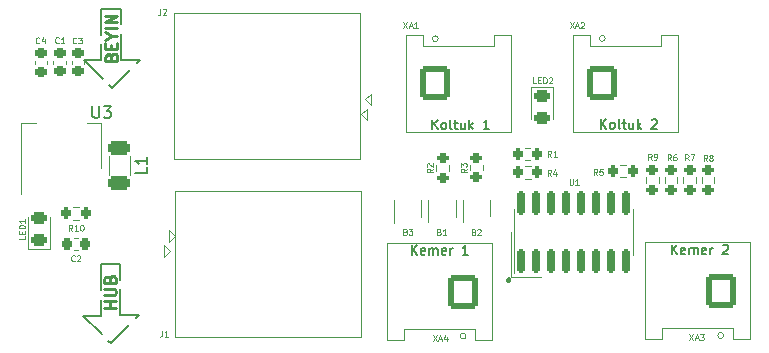
<source format=gto>
G04 #@! TF.GenerationSoftware,KiCad,Pcbnew,8.0.0-rc1*
G04 #@! TF.CreationDate,2025-03-11T15:01:50+03:00*
G04 #@! TF.ProjectId,KSS_MD_V1.0,4b53535f-4d44-45f5-9631-2e302e6b6963,rev?*
G04 #@! TF.SameCoordinates,Original*
G04 #@! TF.FileFunction,Legend,Top*
G04 #@! TF.FilePolarity,Positive*
%FSLAX46Y46*%
G04 Gerber Fmt 4.6, Leading zero omitted, Abs format (unit mm)*
G04 Created by KiCad (PCBNEW 8.0.0-rc1) date 2025-03-11 15:01:50*
%MOMM*%
%LPD*%
G01*
G04 APERTURE LIST*
G04 Aperture macros list*
%AMRoundRect*
0 Rectangle with rounded corners*
0 $1 Rounding radius*
0 $2 $3 $4 $5 $6 $7 $8 $9 X,Y pos of 4 corners*
0 Add a 4 corners polygon primitive as box body*
4,1,4,$2,$3,$4,$5,$6,$7,$8,$9,$2,$3,0*
0 Add four circle primitives for the rounded corners*
1,1,$1+$1,$2,$3*
1,1,$1+$1,$4,$5*
1,1,$1+$1,$6,$7*
1,1,$1+$1,$8,$9*
0 Add four rect primitives between the rounded corners*
20,1,$1+$1,$2,$3,$4,$5,0*
20,1,$1+$1,$4,$5,$6,$7,0*
20,1,$1+$1,$6,$7,$8,$9,0*
20,1,$1+$1,$8,$9,$2,$3,0*%
G04 Aperture macros list end*
%ADD10C,0.200000*%
%ADD11C,0.250000*%
%ADD12C,0.150000*%
%ADD13C,0.100000*%
%ADD14C,0.120000*%
%ADD15C,0.300000*%
%ADD16C,3.650000*%
%ADD17RoundRect,0.273809X-0.676191X0.301191X-0.676191X-0.301191X0.676191X-0.301191X0.676191X0.301191X0*%
%ADD18R,0.400000X0.650000*%
%ADD19RoundRect,0.250000X0.980000X1.150000X-0.980000X1.150000X-0.980000X-1.150000X0.980000X-1.150000X0*%
%ADD20O,2.460000X2.800000*%
%ADD21RoundRect,0.200000X-0.275000X0.200000X-0.275000X-0.200000X0.275000X-0.200000X0.275000X0.200000X0*%
%ADD22RoundRect,0.200000X0.200000X0.275000X-0.200000X0.275000X-0.200000X-0.275000X0.200000X-0.275000X0*%
%ADD23RoundRect,0.225000X0.250000X-0.225000X0.250000X0.225000X-0.250000X0.225000X-0.250000X-0.225000X0*%
%ADD24RoundRect,0.225000X0.225000X0.250000X-0.225000X0.250000X-0.225000X-0.250000X0.225000X-0.250000X0*%
%ADD25RoundRect,0.150000X0.150000X-0.825000X0.150000X0.825000X-0.150000X0.825000X-0.150000X-0.825000X0*%
%ADD26RoundRect,0.250000X-0.980000X-1.150000X0.980000X-1.150000X0.980000X1.150000X-0.980000X1.150000X0*%
%ADD27RoundRect,0.243750X-0.456250X0.243750X-0.456250X-0.243750X0.456250X-0.243750X0.456250X0.243750X0*%
%ADD28RoundRect,0.200000X-0.200000X-0.275000X0.200000X-0.275000X0.200000X0.275000X-0.200000X0.275000X0*%
%ADD29R,1.500000X1.500000*%
%ADD30C,1.500000*%
%ADD31R,1.500000X2.000000*%
%ADD32R,3.800000X2.000000*%
%ADD33RoundRect,0.243750X0.456250X-0.243750X0.456250X0.243750X-0.456250X0.243750X-0.456250X-0.243750X0*%
G04 APERTURE END LIST*
D10*
X103205200Y-76516000D02*
X101555200Y-76516000D01*
X101555200Y-76516000D02*
X101555200Y-78716000D01*
X101555200Y-79516000D02*
X101555200Y-80866000D01*
X101555200Y-80866000D02*
X100095200Y-80866000D01*
X100095200Y-80866000D02*
X101650835Y-82421635D01*
X102216520Y-82987320D02*
X102425200Y-83196000D01*
X102425200Y-83196000D02*
X103980835Y-81640365D01*
X104546520Y-81074680D02*
X104795200Y-80826000D01*
X104795200Y-80826000D02*
X103655200Y-80826000D01*
X103655200Y-80826000D02*
X103205200Y-80826000D01*
X103205200Y-80826000D02*
X103205200Y-78626000D01*
X103205200Y-77826000D02*
X103205200Y-76516000D01*
X103125200Y-98146000D02*
X101475200Y-98146000D01*
X101475200Y-98146000D02*
X101475200Y-100346000D01*
X101475200Y-101146000D02*
X101475200Y-102496000D01*
X101475200Y-102496000D02*
X100015200Y-102496000D01*
X100015200Y-102496000D02*
X101570835Y-104051635D01*
X102136520Y-104617320D02*
X102345200Y-104826000D01*
X102345200Y-104826000D02*
X103900835Y-103270365D01*
X104466520Y-102704680D02*
X104715200Y-102456000D01*
X104715200Y-102456000D02*
X103575200Y-102456000D01*
X103575200Y-102456000D02*
X103125200Y-102456000D01*
X103125200Y-102456000D02*
X103125200Y-100256000D01*
X103125200Y-99456000D02*
X103125200Y-98146000D01*
D11*
X102366009Y-80550098D02*
X102413628Y-80407241D01*
X102413628Y-80407241D02*
X102461247Y-80359622D01*
X102461247Y-80359622D02*
X102556485Y-80312003D01*
X102556485Y-80312003D02*
X102699342Y-80312003D01*
X102699342Y-80312003D02*
X102794580Y-80359622D01*
X102794580Y-80359622D02*
X102842200Y-80407241D01*
X102842200Y-80407241D02*
X102889819Y-80502479D01*
X102889819Y-80502479D02*
X102889819Y-80883431D01*
X102889819Y-80883431D02*
X101889819Y-80883431D01*
X101889819Y-80883431D02*
X101889819Y-80550098D01*
X101889819Y-80550098D02*
X101937438Y-80454860D01*
X101937438Y-80454860D02*
X101985057Y-80407241D01*
X101985057Y-80407241D02*
X102080295Y-80359622D01*
X102080295Y-80359622D02*
X102175533Y-80359622D01*
X102175533Y-80359622D02*
X102270771Y-80407241D01*
X102270771Y-80407241D02*
X102318390Y-80454860D01*
X102318390Y-80454860D02*
X102366009Y-80550098D01*
X102366009Y-80550098D02*
X102366009Y-80883431D01*
X102366009Y-79883431D02*
X102366009Y-79550098D01*
X102889819Y-79407241D02*
X102889819Y-79883431D01*
X102889819Y-79883431D02*
X101889819Y-79883431D01*
X101889819Y-79883431D02*
X101889819Y-79407241D01*
X102413628Y-78788193D02*
X102889819Y-78788193D01*
X101889819Y-79121526D02*
X102413628Y-78788193D01*
X102413628Y-78788193D02*
X101889819Y-78454860D01*
X102889819Y-78121526D02*
X101889819Y-78121526D01*
X102889819Y-77645336D02*
X101889819Y-77645336D01*
X101889819Y-77645336D02*
X102889819Y-77073908D01*
X102889819Y-77073908D02*
X101889819Y-77073908D01*
D10*
X129577254Y-86687695D02*
X129577254Y-85887695D01*
X130034397Y-86687695D02*
X129691539Y-86230552D01*
X130034397Y-85887695D02*
X129577254Y-86344838D01*
X130491539Y-86687695D02*
X130415349Y-86649600D01*
X130415349Y-86649600D02*
X130377254Y-86611504D01*
X130377254Y-86611504D02*
X130339158Y-86535314D01*
X130339158Y-86535314D02*
X130339158Y-86306742D01*
X130339158Y-86306742D02*
X130377254Y-86230552D01*
X130377254Y-86230552D02*
X130415349Y-86192457D01*
X130415349Y-86192457D02*
X130491539Y-86154361D01*
X130491539Y-86154361D02*
X130605825Y-86154361D01*
X130605825Y-86154361D02*
X130682016Y-86192457D01*
X130682016Y-86192457D02*
X130720111Y-86230552D01*
X130720111Y-86230552D02*
X130758206Y-86306742D01*
X130758206Y-86306742D02*
X130758206Y-86535314D01*
X130758206Y-86535314D02*
X130720111Y-86611504D01*
X130720111Y-86611504D02*
X130682016Y-86649600D01*
X130682016Y-86649600D02*
X130605825Y-86687695D01*
X130605825Y-86687695D02*
X130491539Y-86687695D01*
X131215349Y-86687695D02*
X131139159Y-86649600D01*
X131139159Y-86649600D02*
X131101064Y-86573409D01*
X131101064Y-86573409D02*
X131101064Y-85887695D01*
X131405826Y-86154361D02*
X131710588Y-86154361D01*
X131520112Y-85887695D02*
X131520112Y-86573409D01*
X131520112Y-86573409D02*
X131558207Y-86649600D01*
X131558207Y-86649600D02*
X131634397Y-86687695D01*
X131634397Y-86687695D02*
X131710588Y-86687695D01*
X132320112Y-86154361D02*
X132320112Y-86687695D01*
X131977255Y-86154361D02*
X131977255Y-86573409D01*
X131977255Y-86573409D02*
X132015350Y-86649600D01*
X132015350Y-86649600D02*
X132091540Y-86687695D01*
X132091540Y-86687695D02*
X132205826Y-86687695D01*
X132205826Y-86687695D02*
X132282017Y-86649600D01*
X132282017Y-86649600D02*
X132320112Y-86611504D01*
X132701065Y-86687695D02*
X132701065Y-85887695D01*
X132777255Y-86382933D02*
X133005827Y-86687695D01*
X133005827Y-86154361D02*
X132701065Y-86459123D01*
X134377255Y-86687695D02*
X133920112Y-86687695D01*
X134148684Y-86687695D02*
X134148684Y-85887695D01*
X134148684Y-85887695D02*
X134072493Y-86001980D01*
X134072493Y-86001980D02*
X133996303Y-86078171D01*
X133996303Y-86078171D02*
X133920112Y-86116266D01*
D11*
X102789819Y-101813431D02*
X101789819Y-101813431D01*
X102266009Y-101813431D02*
X102266009Y-101242003D01*
X102789819Y-101242003D02*
X101789819Y-101242003D01*
X101789819Y-100765812D02*
X102599342Y-100765812D01*
X102599342Y-100765812D02*
X102694580Y-100718193D01*
X102694580Y-100718193D02*
X102742200Y-100670574D01*
X102742200Y-100670574D02*
X102789819Y-100575336D01*
X102789819Y-100575336D02*
X102789819Y-100384860D01*
X102789819Y-100384860D02*
X102742200Y-100289622D01*
X102742200Y-100289622D02*
X102694580Y-100242003D01*
X102694580Y-100242003D02*
X102599342Y-100194384D01*
X102599342Y-100194384D02*
X101789819Y-100194384D01*
X102266009Y-99384860D02*
X102313628Y-99242003D01*
X102313628Y-99242003D02*
X102361247Y-99194384D01*
X102361247Y-99194384D02*
X102456485Y-99146765D01*
X102456485Y-99146765D02*
X102599342Y-99146765D01*
X102599342Y-99146765D02*
X102694580Y-99194384D01*
X102694580Y-99194384D02*
X102742200Y-99242003D01*
X102742200Y-99242003D02*
X102789819Y-99337241D01*
X102789819Y-99337241D02*
X102789819Y-99718193D01*
X102789819Y-99718193D02*
X101789819Y-99718193D01*
X101789819Y-99718193D02*
X101789819Y-99384860D01*
X101789819Y-99384860D02*
X101837438Y-99289622D01*
X101837438Y-99289622D02*
X101885057Y-99242003D01*
X101885057Y-99242003D02*
X101980295Y-99194384D01*
X101980295Y-99194384D02*
X102075533Y-99194384D01*
X102075533Y-99194384D02*
X102170771Y-99242003D01*
X102170771Y-99242003D02*
X102218390Y-99289622D01*
X102218390Y-99289622D02*
X102266009Y-99384860D01*
X102266009Y-99384860D02*
X102266009Y-99718193D01*
D10*
X149857254Y-97257695D02*
X149857254Y-96457695D01*
X150314397Y-97257695D02*
X149971539Y-96800552D01*
X150314397Y-96457695D02*
X149857254Y-96914838D01*
X150962016Y-97219600D02*
X150885825Y-97257695D01*
X150885825Y-97257695D02*
X150733444Y-97257695D01*
X150733444Y-97257695D02*
X150657254Y-97219600D01*
X150657254Y-97219600D02*
X150619158Y-97143409D01*
X150619158Y-97143409D02*
X150619158Y-96838647D01*
X150619158Y-96838647D02*
X150657254Y-96762457D01*
X150657254Y-96762457D02*
X150733444Y-96724361D01*
X150733444Y-96724361D02*
X150885825Y-96724361D01*
X150885825Y-96724361D02*
X150962016Y-96762457D01*
X150962016Y-96762457D02*
X151000111Y-96838647D01*
X151000111Y-96838647D02*
X151000111Y-96914838D01*
X151000111Y-96914838D02*
X150619158Y-96991028D01*
X151342968Y-97257695D02*
X151342968Y-96724361D01*
X151342968Y-96800552D02*
X151381063Y-96762457D01*
X151381063Y-96762457D02*
X151457253Y-96724361D01*
X151457253Y-96724361D02*
X151571539Y-96724361D01*
X151571539Y-96724361D02*
X151647730Y-96762457D01*
X151647730Y-96762457D02*
X151685825Y-96838647D01*
X151685825Y-96838647D02*
X151685825Y-97257695D01*
X151685825Y-96838647D02*
X151723920Y-96762457D01*
X151723920Y-96762457D02*
X151800111Y-96724361D01*
X151800111Y-96724361D02*
X151914396Y-96724361D01*
X151914396Y-96724361D02*
X151990587Y-96762457D01*
X151990587Y-96762457D02*
X152028682Y-96838647D01*
X152028682Y-96838647D02*
X152028682Y-97257695D01*
X152714397Y-97219600D02*
X152638206Y-97257695D01*
X152638206Y-97257695D02*
X152485825Y-97257695D01*
X152485825Y-97257695D02*
X152409635Y-97219600D01*
X152409635Y-97219600D02*
X152371539Y-97143409D01*
X152371539Y-97143409D02*
X152371539Y-96838647D01*
X152371539Y-96838647D02*
X152409635Y-96762457D01*
X152409635Y-96762457D02*
X152485825Y-96724361D01*
X152485825Y-96724361D02*
X152638206Y-96724361D01*
X152638206Y-96724361D02*
X152714397Y-96762457D01*
X152714397Y-96762457D02*
X152752492Y-96838647D01*
X152752492Y-96838647D02*
X152752492Y-96914838D01*
X152752492Y-96914838D02*
X152371539Y-96991028D01*
X153095349Y-97257695D02*
X153095349Y-96724361D01*
X153095349Y-96876742D02*
X153133444Y-96800552D01*
X153133444Y-96800552D02*
X153171539Y-96762457D01*
X153171539Y-96762457D02*
X153247730Y-96724361D01*
X153247730Y-96724361D02*
X153323920Y-96724361D01*
X154162015Y-96533885D02*
X154200111Y-96495790D01*
X154200111Y-96495790D02*
X154276301Y-96457695D01*
X154276301Y-96457695D02*
X154466777Y-96457695D01*
X154466777Y-96457695D02*
X154542968Y-96495790D01*
X154542968Y-96495790D02*
X154581063Y-96533885D01*
X154581063Y-96533885D02*
X154619158Y-96610076D01*
X154619158Y-96610076D02*
X154619158Y-96686266D01*
X154619158Y-96686266D02*
X154581063Y-96800552D01*
X154581063Y-96800552D02*
X154123920Y-97257695D01*
X154123920Y-97257695D02*
X154619158Y-97257695D01*
X143817254Y-86657695D02*
X143817254Y-85857695D01*
X144274397Y-86657695D02*
X143931539Y-86200552D01*
X144274397Y-85857695D02*
X143817254Y-86314838D01*
X144731539Y-86657695D02*
X144655349Y-86619600D01*
X144655349Y-86619600D02*
X144617254Y-86581504D01*
X144617254Y-86581504D02*
X144579158Y-86505314D01*
X144579158Y-86505314D02*
X144579158Y-86276742D01*
X144579158Y-86276742D02*
X144617254Y-86200552D01*
X144617254Y-86200552D02*
X144655349Y-86162457D01*
X144655349Y-86162457D02*
X144731539Y-86124361D01*
X144731539Y-86124361D02*
X144845825Y-86124361D01*
X144845825Y-86124361D02*
X144922016Y-86162457D01*
X144922016Y-86162457D02*
X144960111Y-86200552D01*
X144960111Y-86200552D02*
X144998206Y-86276742D01*
X144998206Y-86276742D02*
X144998206Y-86505314D01*
X144998206Y-86505314D02*
X144960111Y-86581504D01*
X144960111Y-86581504D02*
X144922016Y-86619600D01*
X144922016Y-86619600D02*
X144845825Y-86657695D01*
X144845825Y-86657695D02*
X144731539Y-86657695D01*
X145455349Y-86657695D02*
X145379159Y-86619600D01*
X145379159Y-86619600D02*
X145341064Y-86543409D01*
X145341064Y-86543409D02*
X145341064Y-85857695D01*
X145645826Y-86124361D02*
X145950588Y-86124361D01*
X145760112Y-85857695D02*
X145760112Y-86543409D01*
X145760112Y-86543409D02*
X145798207Y-86619600D01*
X145798207Y-86619600D02*
X145874397Y-86657695D01*
X145874397Y-86657695D02*
X145950588Y-86657695D01*
X146560112Y-86124361D02*
X146560112Y-86657695D01*
X146217255Y-86124361D02*
X146217255Y-86543409D01*
X146217255Y-86543409D02*
X146255350Y-86619600D01*
X146255350Y-86619600D02*
X146331540Y-86657695D01*
X146331540Y-86657695D02*
X146445826Y-86657695D01*
X146445826Y-86657695D02*
X146522017Y-86619600D01*
X146522017Y-86619600D02*
X146560112Y-86581504D01*
X146941065Y-86657695D02*
X146941065Y-85857695D01*
X147017255Y-86352933D02*
X147245827Y-86657695D01*
X147245827Y-86124361D02*
X146941065Y-86429123D01*
X148160112Y-85933885D02*
X148198208Y-85895790D01*
X148198208Y-85895790D02*
X148274398Y-85857695D01*
X148274398Y-85857695D02*
X148464874Y-85857695D01*
X148464874Y-85857695D02*
X148541065Y-85895790D01*
X148541065Y-85895790D02*
X148579160Y-85933885D01*
X148579160Y-85933885D02*
X148617255Y-86010076D01*
X148617255Y-86010076D02*
X148617255Y-86086266D01*
X148617255Y-86086266D02*
X148579160Y-86200552D01*
X148579160Y-86200552D02*
X148122017Y-86657695D01*
X148122017Y-86657695D02*
X148617255Y-86657695D01*
X127837254Y-97307695D02*
X127837254Y-96507695D01*
X128294397Y-97307695D02*
X127951539Y-96850552D01*
X128294397Y-96507695D02*
X127837254Y-96964838D01*
X128942016Y-97269600D02*
X128865825Y-97307695D01*
X128865825Y-97307695D02*
X128713444Y-97307695D01*
X128713444Y-97307695D02*
X128637254Y-97269600D01*
X128637254Y-97269600D02*
X128599158Y-97193409D01*
X128599158Y-97193409D02*
X128599158Y-96888647D01*
X128599158Y-96888647D02*
X128637254Y-96812457D01*
X128637254Y-96812457D02*
X128713444Y-96774361D01*
X128713444Y-96774361D02*
X128865825Y-96774361D01*
X128865825Y-96774361D02*
X128942016Y-96812457D01*
X128942016Y-96812457D02*
X128980111Y-96888647D01*
X128980111Y-96888647D02*
X128980111Y-96964838D01*
X128980111Y-96964838D02*
X128599158Y-97041028D01*
X129322968Y-97307695D02*
X129322968Y-96774361D01*
X129322968Y-96850552D02*
X129361063Y-96812457D01*
X129361063Y-96812457D02*
X129437253Y-96774361D01*
X129437253Y-96774361D02*
X129551539Y-96774361D01*
X129551539Y-96774361D02*
X129627730Y-96812457D01*
X129627730Y-96812457D02*
X129665825Y-96888647D01*
X129665825Y-96888647D02*
X129665825Y-97307695D01*
X129665825Y-96888647D02*
X129703920Y-96812457D01*
X129703920Y-96812457D02*
X129780111Y-96774361D01*
X129780111Y-96774361D02*
X129894396Y-96774361D01*
X129894396Y-96774361D02*
X129970587Y-96812457D01*
X129970587Y-96812457D02*
X130008682Y-96888647D01*
X130008682Y-96888647D02*
X130008682Y-97307695D01*
X130694397Y-97269600D02*
X130618206Y-97307695D01*
X130618206Y-97307695D02*
X130465825Y-97307695D01*
X130465825Y-97307695D02*
X130389635Y-97269600D01*
X130389635Y-97269600D02*
X130351539Y-97193409D01*
X130351539Y-97193409D02*
X130351539Y-96888647D01*
X130351539Y-96888647D02*
X130389635Y-96812457D01*
X130389635Y-96812457D02*
X130465825Y-96774361D01*
X130465825Y-96774361D02*
X130618206Y-96774361D01*
X130618206Y-96774361D02*
X130694397Y-96812457D01*
X130694397Y-96812457D02*
X130732492Y-96888647D01*
X130732492Y-96888647D02*
X130732492Y-96964838D01*
X130732492Y-96964838D02*
X130351539Y-97041028D01*
X131075349Y-97307695D02*
X131075349Y-96774361D01*
X131075349Y-96926742D02*
X131113444Y-96850552D01*
X131113444Y-96850552D02*
X131151539Y-96812457D01*
X131151539Y-96812457D02*
X131227730Y-96774361D01*
X131227730Y-96774361D02*
X131303920Y-96774361D01*
X132599158Y-97307695D02*
X132142015Y-97307695D01*
X132370587Y-97307695D02*
X132370587Y-96507695D01*
X132370587Y-96507695D02*
X132294396Y-96621980D01*
X132294396Y-96621980D02*
X132218206Y-96698171D01*
X132218206Y-96698171D02*
X132142015Y-96736266D01*
D12*
X105420019Y-89922666D02*
X105420019Y-90398856D01*
X105420019Y-90398856D02*
X104420019Y-90398856D01*
X105420019Y-89065523D02*
X105420019Y-89636951D01*
X105420019Y-89351237D02*
X104420019Y-89351237D01*
X104420019Y-89351237D02*
X104562876Y-89446475D01*
X104562876Y-89446475D02*
X104658114Y-89541713D01*
X104658114Y-89541713D02*
X104705733Y-89636951D01*
D13*
X133072819Y-95390204D02*
X133144247Y-95414014D01*
X133144247Y-95414014D02*
X133168057Y-95437823D01*
X133168057Y-95437823D02*
X133191866Y-95485442D01*
X133191866Y-95485442D02*
X133191866Y-95556871D01*
X133191866Y-95556871D02*
X133168057Y-95604490D01*
X133168057Y-95604490D02*
X133144247Y-95628300D01*
X133144247Y-95628300D02*
X133096628Y-95652109D01*
X133096628Y-95652109D02*
X132906152Y-95652109D01*
X132906152Y-95652109D02*
X132906152Y-95152109D01*
X132906152Y-95152109D02*
X133072819Y-95152109D01*
X133072819Y-95152109D02*
X133120438Y-95175919D01*
X133120438Y-95175919D02*
X133144247Y-95199728D01*
X133144247Y-95199728D02*
X133168057Y-95247347D01*
X133168057Y-95247347D02*
X133168057Y-95294966D01*
X133168057Y-95294966D02*
X133144247Y-95342585D01*
X133144247Y-95342585D02*
X133120438Y-95366395D01*
X133120438Y-95366395D02*
X133072819Y-95390204D01*
X133072819Y-95390204D02*
X132906152Y-95390204D01*
X133382343Y-95199728D02*
X133406152Y-95175919D01*
X133406152Y-95175919D02*
X133453771Y-95152109D01*
X133453771Y-95152109D02*
X133572819Y-95152109D01*
X133572819Y-95152109D02*
X133620438Y-95175919D01*
X133620438Y-95175919D02*
X133644247Y-95199728D01*
X133644247Y-95199728D02*
X133668057Y-95247347D01*
X133668057Y-95247347D02*
X133668057Y-95294966D01*
X133668057Y-95294966D02*
X133644247Y-95366395D01*
X133644247Y-95366395D02*
X133358533Y-95652109D01*
X133358533Y-95652109D02*
X133668057Y-95652109D01*
X130152819Y-95380204D02*
X130224247Y-95404014D01*
X130224247Y-95404014D02*
X130248057Y-95427823D01*
X130248057Y-95427823D02*
X130271866Y-95475442D01*
X130271866Y-95475442D02*
X130271866Y-95546871D01*
X130271866Y-95546871D02*
X130248057Y-95594490D01*
X130248057Y-95594490D02*
X130224247Y-95618300D01*
X130224247Y-95618300D02*
X130176628Y-95642109D01*
X130176628Y-95642109D02*
X129986152Y-95642109D01*
X129986152Y-95642109D02*
X129986152Y-95142109D01*
X129986152Y-95142109D02*
X130152819Y-95142109D01*
X130152819Y-95142109D02*
X130200438Y-95165919D01*
X130200438Y-95165919D02*
X130224247Y-95189728D01*
X130224247Y-95189728D02*
X130248057Y-95237347D01*
X130248057Y-95237347D02*
X130248057Y-95284966D01*
X130248057Y-95284966D02*
X130224247Y-95332585D01*
X130224247Y-95332585D02*
X130200438Y-95356395D01*
X130200438Y-95356395D02*
X130152819Y-95380204D01*
X130152819Y-95380204D02*
X129986152Y-95380204D01*
X130748057Y-95642109D02*
X130462343Y-95642109D01*
X130605200Y-95642109D02*
X130605200Y-95142109D01*
X130605200Y-95142109D02*
X130557581Y-95213538D01*
X130557581Y-95213538D02*
X130509962Y-95261157D01*
X130509962Y-95261157D02*
X130462343Y-95284966D01*
X129626153Y-104132109D02*
X129959486Y-104632109D01*
X129959486Y-104132109D02*
X129626153Y-104632109D01*
X130126153Y-104489252D02*
X130364248Y-104489252D01*
X130078534Y-104632109D02*
X130245200Y-104132109D01*
X130245200Y-104132109D02*
X130411867Y-104632109D01*
X130792819Y-104298776D02*
X130792819Y-104632109D01*
X130673771Y-104108300D02*
X130554724Y-104465442D01*
X130554724Y-104465442D02*
X130864247Y-104465442D01*
X129611309Y-90049333D02*
X129373214Y-90215999D01*
X129611309Y-90335047D02*
X129111309Y-90335047D01*
X129111309Y-90335047D02*
X129111309Y-90144571D01*
X129111309Y-90144571D02*
X129135119Y-90096952D01*
X129135119Y-90096952D02*
X129158928Y-90073142D01*
X129158928Y-90073142D02*
X129206547Y-90049333D01*
X129206547Y-90049333D02*
X129277976Y-90049333D01*
X129277976Y-90049333D02*
X129325595Y-90073142D01*
X129325595Y-90073142D02*
X129349404Y-90096952D01*
X129349404Y-90096952D02*
X129373214Y-90144571D01*
X129373214Y-90144571D02*
X129373214Y-90335047D01*
X129158928Y-89858856D02*
X129135119Y-89835047D01*
X129135119Y-89835047D02*
X129111309Y-89787428D01*
X129111309Y-89787428D02*
X129111309Y-89668380D01*
X129111309Y-89668380D02*
X129135119Y-89620761D01*
X129135119Y-89620761D02*
X129158928Y-89596952D01*
X129158928Y-89596952D02*
X129206547Y-89573142D01*
X129206547Y-89573142D02*
X129254166Y-89573142D01*
X129254166Y-89573142D02*
X129325595Y-89596952D01*
X129325595Y-89596952D02*
X129611309Y-89882666D01*
X129611309Y-89882666D02*
X129611309Y-89573142D01*
X143526866Y-90572109D02*
X143360200Y-90334014D01*
X143241152Y-90572109D02*
X143241152Y-90072109D01*
X143241152Y-90072109D02*
X143431628Y-90072109D01*
X143431628Y-90072109D02*
X143479247Y-90095919D01*
X143479247Y-90095919D02*
X143503057Y-90119728D01*
X143503057Y-90119728D02*
X143526866Y-90167347D01*
X143526866Y-90167347D02*
X143526866Y-90238776D01*
X143526866Y-90238776D02*
X143503057Y-90286395D01*
X143503057Y-90286395D02*
X143479247Y-90310204D01*
X143479247Y-90310204D02*
X143431628Y-90334014D01*
X143431628Y-90334014D02*
X143241152Y-90334014D01*
X143979247Y-90072109D02*
X143741152Y-90072109D01*
X143741152Y-90072109D02*
X143717343Y-90310204D01*
X143717343Y-90310204D02*
X143741152Y-90286395D01*
X143741152Y-90286395D02*
X143788771Y-90262585D01*
X143788771Y-90262585D02*
X143907819Y-90262585D01*
X143907819Y-90262585D02*
X143955438Y-90286395D01*
X143955438Y-90286395D02*
X143979247Y-90310204D01*
X143979247Y-90310204D02*
X144003057Y-90357823D01*
X144003057Y-90357823D02*
X144003057Y-90476871D01*
X144003057Y-90476871D02*
X143979247Y-90524490D01*
X143979247Y-90524490D02*
X143955438Y-90548300D01*
X143955438Y-90548300D02*
X143907819Y-90572109D01*
X143907819Y-90572109D02*
X143788771Y-90572109D01*
X143788771Y-90572109D02*
X143741152Y-90548300D01*
X143741152Y-90548300D02*
X143717343Y-90524490D01*
X97941866Y-79354490D02*
X97918057Y-79378300D01*
X97918057Y-79378300D02*
X97846628Y-79402109D01*
X97846628Y-79402109D02*
X97799009Y-79402109D01*
X97799009Y-79402109D02*
X97727581Y-79378300D01*
X97727581Y-79378300D02*
X97679962Y-79330680D01*
X97679962Y-79330680D02*
X97656152Y-79283061D01*
X97656152Y-79283061D02*
X97632343Y-79187823D01*
X97632343Y-79187823D02*
X97632343Y-79116395D01*
X97632343Y-79116395D02*
X97656152Y-79021157D01*
X97656152Y-79021157D02*
X97679962Y-78973538D01*
X97679962Y-78973538D02*
X97727581Y-78925919D01*
X97727581Y-78925919D02*
X97799009Y-78902109D01*
X97799009Y-78902109D02*
X97846628Y-78902109D01*
X97846628Y-78902109D02*
X97918057Y-78925919D01*
X97918057Y-78925919D02*
X97941866Y-78949728D01*
X98418057Y-79402109D02*
X98132343Y-79402109D01*
X98275200Y-79402109D02*
X98275200Y-78902109D01*
X98275200Y-78902109D02*
X98227581Y-78973538D01*
X98227581Y-78973538D02*
X98179962Y-79021157D01*
X98179962Y-79021157D02*
X98132343Y-79044966D01*
X148131866Y-89272109D02*
X147965200Y-89034014D01*
X147846152Y-89272109D02*
X147846152Y-88772109D01*
X147846152Y-88772109D02*
X148036628Y-88772109D01*
X148036628Y-88772109D02*
X148084247Y-88795919D01*
X148084247Y-88795919D02*
X148108057Y-88819728D01*
X148108057Y-88819728D02*
X148131866Y-88867347D01*
X148131866Y-88867347D02*
X148131866Y-88938776D01*
X148131866Y-88938776D02*
X148108057Y-88986395D01*
X148108057Y-88986395D02*
X148084247Y-89010204D01*
X148084247Y-89010204D02*
X148036628Y-89034014D01*
X148036628Y-89034014D02*
X147846152Y-89034014D01*
X148369962Y-89272109D02*
X148465200Y-89272109D01*
X148465200Y-89272109D02*
X148512819Y-89248300D01*
X148512819Y-89248300D02*
X148536628Y-89224490D01*
X148536628Y-89224490D02*
X148584247Y-89153061D01*
X148584247Y-89153061D02*
X148608057Y-89057823D01*
X148608057Y-89057823D02*
X148608057Y-88867347D01*
X148608057Y-88867347D02*
X148584247Y-88819728D01*
X148584247Y-88819728D02*
X148560438Y-88795919D01*
X148560438Y-88795919D02*
X148512819Y-88772109D01*
X148512819Y-88772109D02*
X148417581Y-88772109D01*
X148417581Y-88772109D02*
X148369962Y-88795919D01*
X148369962Y-88795919D02*
X148346152Y-88819728D01*
X148346152Y-88819728D02*
X148322343Y-88867347D01*
X148322343Y-88867347D02*
X148322343Y-88986395D01*
X148322343Y-88986395D02*
X148346152Y-89034014D01*
X148346152Y-89034014D02*
X148369962Y-89057823D01*
X148369962Y-89057823D02*
X148417581Y-89081633D01*
X148417581Y-89081633D02*
X148512819Y-89081633D01*
X148512819Y-89081633D02*
X148560438Y-89057823D01*
X148560438Y-89057823D02*
X148584247Y-89034014D01*
X148584247Y-89034014D02*
X148608057Y-88986395D01*
X99301866Y-97814490D02*
X99278057Y-97838300D01*
X99278057Y-97838300D02*
X99206628Y-97862109D01*
X99206628Y-97862109D02*
X99159009Y-97862109D01*
X99159009Y-97862109D02*
X99087581Y-97838300D01*
X99087581Y-97838300D02*
X99039962Y-97790680D01*
X99039962Y-97790680D02*
X99016152Y-97743061D01*
X99016152Y-97743061D02*
X98992343Y-97647823D01*
X98992343Y-97647823D02*
X98992343Y-97576395D01*
X98992343Y-97576395D02*
X99016152Y-97481157D01*
X99016152Y-97481157D02*
X99039962Y-97433538D01*
X99039962Y-97433538D02*
X99087581Y-97385919D01*
X99087581Y-97385919D02*
X99159009Y-97362109D01*
X99159009Y-97362109D02*
X99206628Y-97362109D01*
X99206628Y-97362109D02*
X99278057Y-97385919D01*
X99278057Y-97385919D02*
X99301866Y-97409728D01*
X99492343Y-97409728D02*
X99516152Y-97385919D01*
X99516152Y-97385919D02*
X99563771Y-97362109D01*
X99563771Y-97362109D02*
X99682819Y-97362109D01*
X99682819Y-97362109D02*
X99730438Y-97385919D01*
X99730438Y-97385919D02*
X99754247Y-97409728D01*
X99754247Y-97409728D02*
X99778057Y-97457347D01*
X99778057Y-97457347D02*
X99778057Y-97504966D01*
X99778057Y-97504966D02*
X99754247Y-97576395D01*
X99754247Y-97576395D02*
X99468533Y-97862109D01*
X99468533Y-97862109D02*
X99778057Y-97862109D01*
X99083771Y-95282109D02*
X98917105Y-95044014D01*
X98798057Y-95282109D02*
X98798057Y-94782109D01*
X98798057Y-94782109D02*
X98988533Y-94782109D01*
X98988533Y-94782109D02*
X99036152Y-94805919D01*
X99036152Y-94805919D02*
X99059962Y-94829728D01*
X99059962Y-94829728D02*
X99083771Y-94877347D01*
X99083771Y-94877347D02*
X99083771Y-94948776D01*
X99083771Y-94948776D02*
X99059962Y-94996395D01*
X99059962Y-94996395D02*
X99036152Y-95020204D01*
X99036152Y-95020204D02*
X98988533Y-95044014D01*
X98988533Y-95044014D02*
X98798057Y-95044014D01*
X99559962Y-95282109D02*
X99274248Y-95282109D01*
X99417105Y-95282109D02*
X99417105Y-94782109D01*
X99417105Y-94782109D02*
X99369486Y-94853538D01*
X99369486Y-94853538D02*
X99321867Y-94901157D01*
X99321867Y-94901157D02*
X99274248Y-94924966D01*
X99869485Y-94782109D02*
X99917104Y-94782109D01*
X99917104Y-94782109D02*
X99964723Y-94805919D01*
X99964723Y-94805919D02*
X99988533Y-94829728D01*
X99988533Y-94829728D02*
X100012342Y-94877347D01*
X100012342Y-94877347D02*
X100036152Y-94972585D01*
X100036152Y-94972585D02*
X100036152Y-95091633D01*
X100036152Y-95091633D02*
X100012342Y-95186871D01*
X100012342Y-95186871D02*
X99988533Y-95234490D01*
X99988533Y-95234490D02*
X99964723Y-95258300D01*
X99964723Y-95258300D02*
X99917104Y-95282109D01*
X99917104Y-95282109D02*
X99869485Y-95282109D01*
X99869485Y-95282109D02*
X99821866Y-95258300D01*
X99821866Y-95258300D02*
X99798057Y-95234490D01*
X99798057Y-95234490D02*
X99774247Y-95186871D01*
X99774247Y-95186871D02*
X99750438Y-95091633D01*
X99750438Y-95091633D02*
X99750438Y-94972585D01*
X99750438Y-94972585D02*
X99774247Y-94877347D01*
X99774247Y-94877347D02*
X99798057Y-94829728D01*
X99798057Y-94829728D02*
X99821866Y-94805919D01*
X99821866Y-94805919D02*
X99869485Y-94782109D01*
X141184247Y-90902109D02*
X141184247Y-91306871D01*
X141184247Y-91306871D02*
X141208057Y-91354490D01*
X141208057Y-91354490D02*
X141231866Y-91378300D01*
X141231866Y-91378300D02*
X141279485Y-91402109D01*
X141279485Y-91402109D02*
X141374723Y-91402109D01*
X141374723Y-91402109D02*
X141422342Y-91378300D01*
X141422342Y-91378300D02*
X141446152Y-91354490D01*
X141446152Y-91354490D02*
X141469961Y-91306871D01*
X141469961Y-91306871D02*
X141469961Y-90902109D01*
X141969962Y-91402109D02*
X141684248Y-91402109D01*
X141827105Y-91402109D02*
X141827105Y-90902109D01*
X141827105Y-90902109D02*
X141779486Y-90973538D01*
X141779486Y-90973538D02*
X141731867Y-91021157D01*
X141731867Y-91021157D02*
X141684248Y-91044966D01*
X152831866Y-89377109D02*
X152665200Y-89139014D01*
X152546152Y-89377109D02*
X152546152Y-88877109D01*
X152546152Y-88877109D02*
X152736628Y-88877109D01*
X152736628Y-88877109D02*
X152784247Y-88900919D01*
X152784247Y-88900919D02*
X152808057Y-88924728D01*
X152808057Y-88924728D02*
X152831866Y-88972347D01*
X152831866Y-88972347D02*
X152831866Y-89043776D01*
X152831866Y-89043776D02*
X152808057Y-89091395D01*
X152808057Y-89091395D02*
X152784247Y-89115204D01*
X152784247Y-89115204D02*
X152736628Y-89139014D01*
X152736628Y-89139014D02*
X152546152Y-89139014D01*
X153117581Y-89091395D02*
X153069962Y-89067585D01*
X153069962Y-89067585D02*
X153046152Y-89043776D01*
X153046152Y-89043776D02*
X153022343Y-88996157D01*
X153022343Y-88996157D02*
X153022343Y-88972347D01*
X153022343Y-88972347D02*
X153046152Y-88924728D01*
X153046152Y-88924728D02*
X153069962Y-88900919D01*
X153069962Y-88900919D02*
X153117581Y-88877109D01*
X153117581Y-88877109D02*
X153212819Y-88877109D01*
X153212819Y-88877109D02*
X153260438Y-88900919D01*
X153260438Y-88900919D02*
X153284247Y-88924728D01*
X153284247Y-88924728D02*
X153308057Y-88972347D01*
X153308057Y-88972347D02*
X153308057Y-88996157D01*
X153308057Y-88996157D02*
X153284247Y-89043776D01*
X153284247Y-89043776D02*
X153260438Y-89067585D01*
X153260438Y-89067585D02*
X153212819Y-89091395D01*
X153212819Y-89091395D02*
X153117581Y-89091395D01*
X153117581Y-89091395D02*
X153069962Y-89115204D01*
X153069962Y-89115204D02*
X153046152Y-89139014D01*
X153046152Y-89139014D02*
X153022343Y-89186633D01*
X153022343Y-89186633D02*
X153022343Y-89281871D01*
X153022343Y-89281871D02*
X153046152Y-89329490D01*
X153046152Y-89329490D02*
X153069962Y-89353300D01*
X153069962Y-89353300D02*
X153117581Y-89377109D01*
X153117581Y-89377109D02*
X153212819Y-89377109D01*
X153212819Y-89377109D02*
X153260438Y-89353300D01*
X153260438Y-89353300D02*
X153284247Y-89329490D01*
X153284247Y-89329490D02*
X153308057Y-89281871D01*
X153308057Y-89281871D02*
X153308057Y-89186633D01*
X153308057Y-89186633D02*
X153284247Y-89139014D01*
X153284247Y-89139014D02*
X153260438Y-89115204D01*
X153260438Y-89115204D02*
X153212819Y-89091395D01*
X151261866Y-89327109D02*
X151095200Y-89089014D01*
X150976152Y-89327109D02*
X150976152Y-88827109D01*
X150976152Y-88827109D02*
X151166628Y-88827109D01*
X151166628Y-88827109D02*
X151214247Y-88850919D01*
X151214247Y-88850919D02*
X151238057Y-88874728D01*
X151238057Y-88874728D02*
X151261866Y-88922347D01*
X151261866Y-88922347D02*
X151261866Y-88993776D01*
X151261866Y-88993776D02*
X151238057Y-89041395D01*
X151238057Y-89041395D02*
X151214247Y-89065204D01*
X151214247Y-89065204D02*
X151166628Y-89089014D01*
X151166628Y-89089014D02*
X150976152Y-89089014D01*
X151428533Y-88827109D02*
X151761866Y-88827109D01*
X151761866Y-88827109D02*
X151547581Y-89327109D01*
X127292819Y-95370204D02*
X127364247Y-95394014D01*
X127364247Y-95394014D02*
X127388057Y-95417823D01*
X127388057Y-95417823D02*
X127411866Y-95465442D01*
X127411866Y-95465442D02*
X127411866Y-95536871D01*
X127411866Y-95536871D02*
X127388057Y-95584490D01*
X127388057Y-95584490D02*
X127364247Y-95608300D01*
X127364247Y-95608300D02*
X127316628Y-95632109D01*
X127316628Y-95632109D02*
X127126152Y-95632109D01*
X127126152Y-95632109D02*
X127126152Y-95132109D01*
X127126152Y-95132109D02*
X127292819Y-95132109D01*
X127292819Y-95132109D02*
X127340438Y-95155919D01*
X127340438Y-95155919D02*
X127364247Y-95179728D01*
X127364247Y-95179728D02*
X127388057Y-95227347D01*
X127388057Y-95227347D02*
X127388057Y-95274966D01*
X127388057Y-95274966D02*
X127364247Y-95322585D01*
X127364247Y-95322585D02*
X127340438Y-95346395D01*
X127340438Y-95346395D02*
X127292819Y-95370204D01*
X127292819Y-95370204D02*
X127126152Y-95370204D01*
X127578533Y-95132109D02*
X127888057Y-95132109D01*
X127888057Y-95132109D02*
X127721390Y-95322585D01*
X127721390Y-95322585D02*
X127792819Y-95322585D01*
X127792819Y-95322585D02*
X127840438Y-95346395D01*
X127840438Y-95346395D02*
X127864247Y-95370204D01*
X127864247Y-95370204D02*
X127888057Y-95417823D01*
X127888057Y-95417823D02*
X127888057Y-95536871D01*
X127888057Y-95536871D02*
X127864247Y-95584490D01*
X127864247Y-95584490D02*
X127840438Y-95608300D01*
X127840438Y-95608300D02*
X127792819Y-95632109D01*
X127792819Y-95632109D02*
X127649962Y-95632109D01*
X127649962Y-95632109D02*
X127602343Y-95608300D01*
X127602343Y-95608300D02*
X127578533Y-95584490D01*
X132481309Y-90029333D02*
X132243214Y-90195999D01*
X132481309Y-90315047D02*
X131981309Y-90315047D01*
X131981309Y-90315047D02*
X131981309Y-90124571D01*
X131981309Y-90124571D02*
X132005119Y-90076952D01*
X132005119Y-90076952D02*
X132028928Y-90053142D01*
X132028928Y-90053142D02*
X132076547Y-90029333D01*
X132076547Y-90029333D02*
X132147976Y-90029333D01*
X132147976Y-90029333D02*
X132195595Y-90053142D01*
X132195595Y-90053142D02*
X132219404Y-90076952D01*
X132219404Y-90076952D02*
X132243214Y-90124571D01*
X132243214Y-90124571D02*
X132243214Y-90315047D01*
X131981309Y-89862666D02*
X131981309Y-89553142D01*
X131981309Y-89553142D02*
X132171785Y-89719809D01*
X132171785Y-89719809D02*
X132171785Y-89648380D01*
X132171785Y-89648380D02*
X132195595Y-89600761D01*
X132195595Y-89600761D02*
X132219404Y-89576952D01*
X132219404Y-89576952D02*
X132267023Y-89553142D01*
X132267023Y-89553142D02*
X132386071Y-89553142D01*
X132386071Y-89553142D02*
X132433690Y-89576952D01*
X132433690Y-89576952D02*
X132457500Y-89600761D01*
X132457500Y-89600761D02*
X132481309Y-89648380D01*
X132481309Y-89648380D02*
X132481309Y-89791237D01*
X132481309Y-89791237D02*
X132457500Y-89838856D01*
X132457500Y-89838856D02*
X132433690Y-89862666D01*
X127110953Y-77616109D02*
X127444286Y-78116109D01*
X127444286Y-77616109D02*
X127110953Y-78116109D01*
X127610953Y-77973252D02*
X127849048Y-77973252D01*
X127563334Y-78116109D02*
X127730000Y-77616109D01*
X127730000Y-77616109D02*
X127896667Y-78116109D01*
X128325238Y-78116109D02*
X128039524Y-78116109D01*
X128182381Y-78116109D02*
X128182381Y-77616109D01*
X128182381Y-77616109D02*
X128134762Y-77687538D01*
X128134762Y-77687538D02*
X128087143Y-77735157D01*
X128087143Y-77735157D02*
X128039524Y-77758966D01*
X138355676Y-82792109D02*
X138117581Y-82792109D01*
X138117581Y-82792109D02*
X138117581Y-82292109D01*
X138522343Y-82530204D02*
X138689010Y-82530204D01*
X138760438Y-82792109D02*
X138522343Y-82792109D01*
X138522343Y-82792109D02*
X138522343Y-82292109D01*
X138522343Y-82292109D02*
X138760438Y-82292109D01*
X138974724Y-82792109D02*
X138974724Y-82292109D01*
X138974724Y-82292109D02*
X139093772Y-82292109D01*
X139093772Y-82292109D02*
X139165200Y-82315919D01*
X139165200Y-82315919D02*
X139212819Y-82363538D01*
X139212819Y-82363538D02*
X139236629Y-82411157D01*
X139236629Y-82411157D02*
X139260438Y-82506395D01*
X139260438Y-82506395D02*
X139260438Y-82577823D01*
X139260438Y-82577823D02*
X139236629Y-82673061D01*
X139236629Y-82673061D02*
X139212819Y-82720680D01*
X139212819Y-82720680D02*
X139165200Y-82768300D01*
X139165200Y-82768300D02*
X139093772Y-82792109D01*
X139093772Y-82792109D02*
X138974724Y-82792109D01*
X139450915Y-82339728D02*
X139474724Y-82315919D01*
X139474724Y-82315919D02*
X139522343Y-82292109D01*
X139522343Y-82292109D02*
X139641391Y-82292109D01*
X139641391Y-82292109D02*
X139689010Y-82315919D01*
X139689010Y-82315919D02*
X139712819Y-82339728D01*
X139712819Y-82339728D02*
X139736629Y-82387347D01*
X139736629Y-82387347D02*
X139736629Y-82434966D01*
X139736629Y-82434966D02*
X139712819Y-82506395D01*
X139712819Y-82506395D02*
X139427105Y-82792109D01*
X139427105Y-82792109D02*
X139736629Y-82792109D01*
X139651866Y-89007109D02*
X139485200Y-88769014D01*
X139366152Y-89007109D02*
X139366152Y-88507109D01*
X139366152Y-88507109D02*
X139556628Y-88507109D01*
X139556628Y-88507109D02*
X139604247Y-88530919D01*
X139604247Y-88530919D02*
X139628057Y-88554728D01*
X139628057Y-88554728D02*
X139651866Y-88602347D01*
X139651866Y-88602347D02*
X139651866Y-88673776D01*
X139651866Y-88673776D02*
X139628057Y-88721395D01*
X139628057Y-88721395D02*
X139604247Y-88745204D01*
X139604247Y-88745204D02*
X139556628Y-88769014D01*
X139556628Y-88769014D02*
X139366152Y-88769014D01*
X140128057Y-89007109D02*
X139842343Y-89007109D01*
X139985200Y-89007109D02*
X139985200Y-88507109D01*
X139985200Y-88507109D02*
X139937581Y-88578538D01*
X139937581Y-88578538D02*
X139889962Y-88626157D01*
X139889962Y-88626157D02*
X139842343Y-88649966D01*
X106683333Y-103756109D02*
X106683333Y-104113252D01*
X106683333Y-104113252D02*
X106659524Y-104184680D01*
X106659524Y-104184680D02*
X106611905Y-104232300D01*
X106611905Y-104232300D02*
X106540476Y-104256109D01*
X106540476Y-104256109D02*
X106492857Y-104256109D01*
X107183333Y-104256109D02*
X106897619Y-104256109D01*
X107040476Y-104256109D02*
X107040476Y-103756109D01*
X107040476Y-103756109D02*
X106992857Y-103827538D01*
X106992857Y-103827538D02*
X106945238Y-103875157D01*
X106945238Y-103875157D02*
X106897619Y-103898966D01*
X139621866Y-90622109D02*
X139455200Y-90384014D01*
X139336152Y-90622109D02*
X139336152Y-90122109D01*
X139336152Y-90122109D02*
X139526628Y-90122109D01*
X139526628Y-90122109D02*
X139574247Y-90145919D01*
X139574247Y-90145919D02*
X139598057Y-90169728D01*
X139598057Y-90169728D02*
X139621866Y-90217347D01*
X139621866Y-90217347D02*
X139621866Y-90288776D01*
X139621866Y-90288776D02*
X139598057Y-90336395D01*
X139598057Y-90336395D02*
X139574247Y-90360204D01*
X139574247Y-90360204D02*
X139526628Y-90384014D01*
X139526628Y-90384014D02*
X139336152Y-90384014D01*
X140050438Y-90288776D02*
X140050438Y-90622109D01*
X139931390Y-90098300D02*
X139812343Y-90455442D01*
X139812343Y-90455442D02*
X140121866Y-90455442D01*
X106553333Y-76506109D02*
X106553333Y-76863252D01*
X106553333Y-76863252D02*
X106529524Y-76934680D01*
X106529524Y-76934680D02*
X106481905Y-76982300D01*
X106481905Y-76982300D02*
X106410476Y-77006109D01*
X106410476Y-77006109D02*
X106362857Y-77006109D01*
X106767619Y-76553728D02*
X106791428Y-76529919D01*
X106791428Y-76529919D02*
X106839047Y-76506109D01*
X106839047Y-76506109D02*
X106958095Y-76506109D01*
X106958095Y-76506109D02*
X107005714Y-76529919D01*
X107005714Y-76529919D02*
X107029523Y-76553728D01*
X107029523Y-76553728D02*
X107053333Y-76601347D01*
X107053333Y-76601347D02*
X107053333Y-76648966D01*
X107053333Y-76648966D02*
X107029523Y-76720395D01*
X107029523Y-76720395D02*
X106743809Y-77006109D01*
X106743809Y-77006109D02*
X107053333Y-77006109D01*
X141190954Y-77616108D02*
X141524287Y-78116108D01*
X141524287Y-77616108D02*
X141190954Y-78116108D01*
X141690954Y-77973251D02*
X141929049Y-77973251D01*
X141643335Y-78116108D02*
X141810001Y-77616108D01*
X141810001Y-77616108D02*
X141976668Y-78116108D01*
X142119525Y-77663727D02*
X142143334Y-77639918D01*
X142143334Y-77639918D02*
X142190953Y-77616108D01*
X142190953Y-77616108D02*
X142310001Y-77616108D01*
X142310001Y-77616108D02*
X142357620Y-77639918D01*
X142357620Y-77639918D02*
X142381429Y-77663727D01*
X142381429Y-77663727D02*
X142405239Y-77711346D01*
X142405239Y-77711346D02*
X142405239Y-77758965D01*
X142405239Y-77758965D02*
X142381429Y-77830394D01*
X142381429Y-77830394D02*
X142095715Y-78116108D01*
X142095715Y-78116108D02*
X142405239Y-78116108D01*
X99421866Y-79384490D02*
X99398057Y-79408300D01*
X99398057Y-79408300D02*
X99326628Y-79432109D01*
X99326628Y-79432109D02*
X99279009Y-79432109D01*
X99279009Y-79432109D02*
X99207581Y-79408300D01*
X99207581Y-79408300D02*
X99159962Y-79360680D01*
X99159962Y-79360680D02*
X99136152Y-79313061D01*
X99136152Y-79313061D02*
X99112343Y-79217823D01*
X99112343Y-79217823D02*
X99112343Y-79146395D01*
X99112343Y-79146395D02*
X99136152Y-79051157D01*
X99136152Y-79051157D02*
X99159962Y-79003538D01*
X99159962Y-79003538D02*
X99207581Y-78955919D01*
X99207581Y-78955919D02*
X99279009Y-78932109D01*
X99279009Y-78932109D02*
X99326628Y-78932109D01*
X99326628Y-78932109D02*
X99398057Y-78955919D01*
X99398057Y-78955919D02*
X99421866Y-78979728D01*
X99588533Y-78932109D02*
X99898057Y-78932109D01*
X99898057Y-78932109D02*
X99731390Y-79122585D01*
X99731390Y-79122585D02*
X99802819Y-79122585D01*
X99802819Y-79122585D02*
X99850438Y-79146395D01*
X99850438Y-79146395D02*
X99874247Y-79170204D01*
X99874247Y-79170204D02*
X99898057Y-79217823D01*
X99898057Y-79217823D02*
X99898057Y-79336871D01*
X99898057Y-79336871D02*
X99874247Y-79384490D01*
X99874247Y-79384490D02*
X99850438Y-79408300D01*
X99850438Y-79408300D02*
X99802819Y-79432109D01*
X99802819Y-79432109D02*
X99659962Y-79432109D01*
X99659962Y-79432109D02*
X99612343Y-79408300D01*
X99612343Y-79408300D02*
X99588533Y-79384490D01*
D12*
X100793295Y-84740819D02*
X100793295Y-85550342D01*
X100793295Y-85550342D02*
X100840914Y-85645580D01*
X100840914Y-85645580D02*
X100888533Y-85693200D01*
X100888533Y-85693200D02*
X100983771Y-85740819D01*
X100983771Y-85740819D02*
X101174247Y-85740819D01*
X101174247Y-85740819D02*
X101269485Y-85693200D01*
X101269485Y-85693200D02*
X101317104Y-85645580D01*
X101317104Y-85645580D02*
X101364723Y-85550342D01*
X101364723Y-85550342D02*
X101364723Y-84740819D01*
X101745676Y-84740819D02*
X102364723Y-84740819D01*
X102364723Y-84740819D02*
X102031390Y-85121771D01*
X102031390Y-85121771D02*
X102174247Y-85121771D01*
X102174247Y-85121771D02*
X102269485Y-85169390D01*
X102269485Y-85169390D02*
X102317104Y-85217009D01*
X102317104Y-85217009D02*
X102364723Y-85312247D01*
X102364723Y-85312247D02*
X102364723Y-85550342D01*
X102364723Y-85550342D02*
X102317104Y-85645580D01*
X102317104Y-85645580D02*
X102269485Y-85693200D01*
X102269485Y-85693200D02*
X102174247Y-85740819D01*
X102174247Y-85740819D02*
X101888533Y-85740819D01*
X101888533Y-85740819D02*
X101793295Y-85693200D01*
X101793295Y-85693200D02*
X101745676Y-85645580D01*
D13*
X96306866Y-79374490D02*
X96283057Y-79398300D01*
X96283057Y-79398300D02*
X96211628Y-79422109D01*
X96211628Y-79422109D02*
X96164009Y-79422109D01*
X96164009Y-79422109D02*
X96092581Y-79398300D01*
X96092581Y-79398300D02*
X96044962Y-79350680D01*
X96044962Y-79350680D02*
X96021152Y-79303061D01*
X96021152Y-79303061D02*
X95997343Y-79207823D01*
X95997343Y-79207823D02*
X95997343Y-79136395D01*
X95997343Y-79136395D02*
X96021152Y-79041157D01*
X96021152Y-79041157D02*
X96044962Y-78993538D01*
X96044962Y-78993538D02*
X96092581Y-78945919D01*
X96092581Y-78945919D02*
X96164009Y-78922109D01*
X96164009Y-78922109D02*
X96211628Y-78922109D01*
X96211628Y-78922109D02*
X96283057Y-78945919D01*
X96283057Y-78945919D02*
X96306866Y-78969728D01*
X96735438Y-79088776D02*
X96735438Y-79422109D01*
X96616390Y-78898300D02*
X96497343Y-79255442D01*
X96497343Y-79255442D02*
X96806866Y-79255442D01*
X95066309Y-95715523D02*
X95066309Y-95953618D01*
X95066309Y-95953618D02*
X94566309Y-95953618D01*
X94804404Y-95548856D02*
X94804404Y-95382189D01*
X95066309Y-95310761D02*
X95066309Y-95548856D01*
X95066309Y-95548856D02*
X94566309Y-95548856D01*
X94566309Y-95548856D02*
X94566309Y-95310761D01*
X95066309Y-95096475D02*
X94566309Y-95096475D01*
X94566309Y-95096475D02*
X94566309Y-94977427D01*
X94566309Y-94977427D02*
X94590119Y-94905999D01*
X94590119Y-94905999D02*
X94637738Y-94858380D01*
X94637738Y-94858380D02*
X94685357Y-94834570D01*
X94685357Y-94834570D02*
X94780595Y-94810761D01*
X94780595Y-94810761D02*
X94852023Y-94810761D01*
X94852023Y-94810761D02*
X94947261Y-94834570D01*
X94947261Y-94834570D02*
X94994880Y-94858380D01*
X94994880Y-94858380D02*
X95042500Y-94905999D01*
X95042500Y-94905999D02*
X95066309Y-94977427D01*
X95066309Y-94977427D02*
X95066309Y-95096475D01*
X95066309Y-94334570D02*
X95066309Y-94620284D01*
X95066309Y-94477427D02*
X94566309Y-94477427D01*
X94566309Y-94477427D02*
X94637738Y-94525046D01*
X94637738Y-94525046D02*
X94685357Y-94572665D01*
X94685357Y-94572665D02*
X94709166Y-94620284D01*
X149771866Y-89332109D02*
X149605200Y-89094014D01*
X149486152Y-89332109D02*
X149486152Y-88832109D01*
X149486152Y-88832109D02*
X149676628Y-88832109D01*
X149676628Y-88832109D02*
X149724247Y-88855919D01*
X149724247Y-88855919D02*
X149748057Y-88879728D01*
X149748057Y-88879728D02*
X149771866Y-88927347D01*
X149771866Y-88927347D02*
X149771866Y-88998776D01*
X149771866Y-88998776D02*
X149748057Y-89046395D01*
X149748057Y-89046395D02*
X149724247Y-89070204D01*
X149724247Y-89070204D02*
X149676628Y-89094014D01*
X149676628Y-89094014D02*
X149486152Y-89094014D01*
X150200438Y-88832109D02*
X150105200Y-88832109D01*
X150105200Y-88832109D02*
X150057581Y-88855919D01*
X150057581Y-88855919D02*
X150033771Y-88879728D01*
X150033771Y-88879728D02*
X149986152Y-88951157D01*
X149986152Y-88951157D02*
X149962343Y-89046395D01*
X149962343Y-89046395D02*
X149962343Y-89236871D01*
X149962343Y-89236871D02*
X149986152Y-89284490D01*
X149986152Y-89284490D02*
X150009962Y-89308300D01*
X150009962Y-89308300D02*
X150057581Y-89332109D01*
X150057581Y-89332109D02*
X150152819Y-89332109D01*
X150152819Y-89332109D02*
X150200438Y-89308300D01*
X150200438Y-89308300D02*
X150224247Y-89284490D01*
X150224247Y-89284490D02*
X150248057Y-89236871D01*
X150248057Y-89236871D02*
X150248057Y-89117823D01*
X150248057Y-89117823D02*
X150224247Y-89070204D01*
X150224247Y-89070204D02*
X150200438Y-89046395D01*
X150200438Y-89046395D02*
X150152819Y-89022585D01*
X150152819Y-89022585D02*
X150057581Y-89022585D01*
X150057581Y-89022585D02*
X150009962Y-89046395D01*
X150009962Y-89046395D02*
X149986152Y-89070204D01*
X149986152Y-89070204D02*
X149962343Y-89117823D01*
X151336153Y-104052109D02*
X151669486Y-104552109D01*
X151669486Y-104052109D02*
X151336153Y-104552109D01*
X151836153Y-104409252D02*
X152074248Y-104409252D01*
X151788534Y-104552109D02*
X151955200Y-104052109D01*
X151955200Y-104052109D02*
X152121867Y-104552109D01*
X152240914Y-104052109D02*
X152550438Y-104052109D01*
X152550438Y-104052109D02*
X152383771Y-104242585D01*
X152383771Y-104242585D02*
X152455200Y-104242585D01*
X152455200Y-104242585D02*
X152502819Y-104266395D01*
X152502819Y-104266395D02*
X152526628Y-104290204D01*
X152526628Y-104290204D02*
X152550438Y-104337823D01*
X152550438Y-104337823D02*
X152550438Y-104456871D01*
X152550438Y-104456871D02*
X152526628Y-104504490D01*
X152526628Y-104504490D02*
X152502819Y-104528300D01*
X152502819Y-104528300D02*
X152455200Y-104552109D01*
X152455200Y-104552109D02*
X152312343Y-104552109D01*
X152312343Y-104552109D02*
X152264724Y-104528300D01*
X152264724Y-104528300D02*
X152240914Y-104504490D01*
D14*
X102155200Y-88920758D02*
X102155200Y-90591242D01*
X103975200Y-88920758D02*
X103975200Y-90591242D01*
X132145200Y-92666000D02*
X132145200Y-94566000D01*
X134465200Y-94066000D02*
X134465200Y-92666000D01*
X129235200Y-92686000D02*
X129235200Y-94586000D01*
X131555200Y-94086000D02*
X131555200Y-92686000D01*
X125755200Y-96306000D02*
X125755200Y-104526000D01*
X125755200Y-104526000D02*
X127175200Y-104526000D01*
X127175200Y-103576000D02*
X130195200Y-103576000D01*
X127175200Y-104526000D02*
X127175200Y-103576000D01*
X130195200Y-96306000D02*
X125755200Y-96306000D01*
X130195200Y-96306000D02*
X134635200Y-96306000D01*
X133215200Y-103576000D02*
X130195200Y-103576000D01*
X133215200Y-104526000D02*
X133215200Y-103576000D01*
X134635200Y-96306000D02*
X134635200Y-104526000D01*
X134635200Y-104526000D02*
X133215200Y-104526000D01*
X132425200Y-104216000D02*
G75*
G02*
X131925200Y-104216000I-250000J0D01*
G01*
X131925200Y-104216000D02*
G75*
G02*
X132425200Y-104216000I250000J0D01*
G01*
X129912700Y-89748742D02*
X129912700Y-90223258D01*
X130957700Y-89748742D02*
X130957700Y-90223258D01*
X145952458Y-89733500D02*
X145477942Y-89733500D01*
X145952458Y-90778500D02*
X145477942Y-90778500D01*
X97495200Y-81156580D02*
X97495200Y-80875420D01*
X98515200Y-81156580D02*
X98515200Y-80875420D01*
X147682700Y-90768742D02*
X147682700Y-91243258D01*
X148727700Y-90768742D02*
X148727700Y-91243258D01*
X99530780Y-95896000D02*
X99249620Y-95896000D01*
X99530780Y-96916000D02*
X99249620Y-96916000D01*
X99647458Y-93293500D02*
X99172942Y-93293500D01*
X99647458Y-94338500D02*
X99172942Y-94338500D01*
D13*
X136270200Y-95381000D02*
X136270200Y-99171000D01*
X136270200Y-99171000D02*
X138730200Y-99171000D01*
D14*
X136480200Y-95381000D02*
X136480200Y-93431000D01*
X136480200Y-95381000D02*
X136480200Y-98831000D01*
X146600200Y-95381000D02*
X146600200Y-93431000D01*
X146600200Y-95381000D02*
X146600200Y-97331000D01*
D15*
X136110200Y-99471000D02*
G75*
G02*
X135950200Y-99471000I-80000J0D01*
G01*
X135950200Y-99471000D02*
G75*
G02*
X136110200Y-99471000I80000J0D01*
G01*
D14*
X152362700Y-90753742D02*
X152362700Y-91228258D01*
X153407700Y-90753742D02*
X153407700Y-91228258D01*
X150822700Y-90753742D02*
X150822700Y-91228258D01*
X151867700Y-90753742D02*
X151867700Y-91228258D01*
X126315200Y-92706000D02*
X126315200Y-94606000D01*
X128635200Y-94106000D02*
X128635200Y-92706000D01*
X132772700Y-89698742D02*
X132772700Y-90173258D01*
X133817700Y-89698742D02*
X133817700Y-90173258D01*
X127360600Y-78719400D02*
X128780600Y-78719400D01*
X127360600Y-86939400D02*
X127360600Y-78719400D01*
X128780600Y-78719400D02*
X128780600Y-79669400D01*
X128780600Y-79669400D02*
X131800600Y-79669400D01*
X131800600Y-86939400D02*
X127360600Y-86939400D01*
X131800600Y-86939400D02*
X136240600Y-86939400D01*
X134820600Y-78719400D02*
X134820600Y-79669400D01*
X134820600Y-79669400D02*
X131800600Y-79669400D01*
X136240600Y-78719400D02*
X134820600Y-78719400D01*
X136240600Y-86939400D02*
X136240600Y-78719400D01*
X130070600Y-79029400D02*
G75*
G02*
X129570600Y-79029400I-250000J0D01*
G01*
X129570600Y-79029400D02*
G75*
G02*
X130070600Y-79029400I250000J0D01*
G01*
X137895200Y-83101000D02*
X137895200Y-85786000D01*
X139815200Y-83101000D02*
X137895200Y-83101000D01*
X139815200Y-85786000D02*
X139815200Y-83101000D01*
X137387942Y-88253500D02*
X137862458Y-88253500D01*
X137387942Y-89298500D02*
X137862458Y-89298500D01*
X106862500Y-96520000D02*
X106862500Y-97520000D01*
X106862500Y-97520000D02*
X107362500Y-97020000D01*
X107242500Y-95250000D02*
X107242500Y-96250000D01*
X107242500Y-96250000D02*
X107742500Y-95750000D01*
X107362500Y-97020000D02*
X106862500Y-96520000D01*
X107742500Y-95750000D02*
X107242500Y-95250000D01*
X107822500Y-91960000D02*
X107822500Y-104301200D01*
X123542500Y-91960000D02*
X107822500Y-91960000D01*
X123552500Y-91960000D02*
X123552500Y-104301200D01*
X123552500Y-104301200D02*
X107822500Y-104301200D01*
X137407942Y-89823500D02*
X137882458Y-89823500D01*
X137407942Y-90868500D02*
X137882458Y-90868500D01*
X107714500Y-76887400D02*
X123444500Y-76887400D01*
X107714500Y-89228600D02*
X107714500Y-76887400D01*
X107724500Y-89228600D02*
X123444500Y-89228600D01*
X123444500Y-89228600D02*
X123444500Y-76887400D01*
X123524500Y-85438600D02*
X124024500Y-85938600D01*
X123904500Y-84168600D02*
X124404500Y-84668600D01*
X124024500Y-84938600D02*
X123524500Y-85438600D01*
X124024500Y-85938600D02*
X124024500Y-84938600D01*
X124404500Y-83668600D02*
X123904500Y-84168600D01*
X124404500Y-84668600D02*
X124404500Y-83668600D01*
X141507200Y-78694000D02*
X142927200Y-78694000D01*
X141507200Y-86914000D02*
X141507200Y-78694000D01*
X142927200Y-78694000D02*
X142927200Y-79644000D01*
X142927200Y-79644000D02*
X145947200Y-79644000D01*
X145947200Y-86914000D02*
X141507200Y-86914000D01*
X145947200Y-86914000D02*
X150387200Y-86914000D01*
X148967200Y-78694000D02*
X148967200Y-79644000D01*
X148967200Y-79644000D02*
X145947200Y-79644000D01*
X150387200Y-78694000D02*
X148967200Y-78694000D01*
X150387200Y-86914000D02*
X150387200Y-78694000D01*
X144217200Y-79004000D02*
G75*
G02*
X143717200Y-79004000I-250000J0D01*
G01*
X143717200Y-79004000D02*
G75*
G02*
X144217200Y-79004000I250000J0D01*
G01*
X99055200Y-81156580D02*
X99055200Y-80875420D01*
X100075200Y-81156580D02*
X100075200Y-80875420D01*
X94735200Y-86206000D02*
X95995200Y-86206000D01*
X94735200Y-92216000D02*
X94735200Y-86206000D01*
X101555200Y-86206000D02*
X100295200Y-86206000D01*
X101555200Y-89966000D02*
X101555200Y-86206000D01*
X95955200Y-81176580D02*
X95955200Y-80895420D01*
X96975200Y-81176580D02*
X96975200Y-80895420D01*
X95300200Y-94146000D02*
X95300200Y-96831000D01*
X95300200Y-96831000D02*
X97220200Y-96831000D01*
X97220200Y-96831000D02*
X97220200Y-94146000D01*
X149272700Y-90768742D02*
X149272700Y-91243258D01*
X150317700Y-90768742D02*
X150317700Y-91243258D01*
X147565200Y-96246000D02*
X147565200Y-104466000D01*
X147565200Y-104466000D02*
X148985200Y-104466000D01*
X148985200Y-103516000D02*
X152005200Y-103516000D01*
X148985200Y-104466000D02*
X148985200Y-103516000D01*
X152005200Y-96246000D02*
X147565200Y-96246000D01*
X152005200Y-96246000D02*
X156445200Y-96246000D01*
X155025200Y-103516000D02*
X152005200Y-103516000D01*
X155025200Y-104466000D02*
X155025200Y-103516000D01*
X156445200Y-96246000D02*
X156445200Y-104466000D01*
X156445200Y-104466000D02*
X155025200Y-104466000D01*
X154235200Y-104156000D02*
G75*
G02*
X153735200Y-104156000I-250000J0D01*
G01*
X153735200Y-104156000D02*
G75*
G02*
X154235200Y-104156000I250000J0D01*
G01*
D16*
X109972500Y-102100000D03*
X121402500Y-102100000D03*
X121294500Y-79088600D03*
X109864500Y-79088600D03*
%LPC*%
D17*
X103065200Y-91231000D03*
X103065200Y-88281000D03*
D18*
X132655200Y-94316000D03*
X133305200Y-94316000D03*
X133955200Y-94316000D03*
X133955200Y-92416000D03*
X132655200Y-92416000D03*
X129745200Y-94336000D03*
X130395200Y-94336000D03*
X131045200Y-94336000D03*
X131045200Y-92436000D03*
X129745200Y-92436000D03*
D19*
X132175200Y-100466000D03*
D20*
X128215200Y-100466000D03*
D21*
X130435200Y-89161000D03*
X130435200Y-90811000D03*
D22*
X146540200Y-90256000D03*
X144890200Y-90256000D03*
D23*
X98005200Y-81791000D03*
X98005200Y-80241000D03*
D21*
X148205200Y-90181000D03*
X148205200Y-91831000D03*
D24*
X100165200Y-96406000D03*
X98615200Y-96406000D03*
D22*
X100235200Y-93816000D03*
X98585200Y-93816000D03*
D25*
X137095200Y-97856000D03*
X138365200Y-97856000D03*
X139635200Y-97856000D03*
X140905200Y-97856000D03*
X142175200Y-97856000D03*
X143445200Y-97856000D03*
X144715200Y-97856000D03*
X145985200Y-97856000D03*
X145985200Y-92906000D03*
X144715200Y-92906000D03*
X143445200Y-92906000D03*
X142175200Y-92906000D03*
X140905200Y-92906000D03*
X139635200Y-92906000D03*
X138365200Y-92906000D03*
X137095200Y-92906000D03*
D21*
X152885200Y-90166000D03*
X152885200Y-91816000D03*
X151345200Y-90166000D03*
X151345200Y-91816000D03*
D18*
X126825200Y-94356000D03*
X127475200Y-94356000D03*
X128125200Y-94356000D03*
X128125200Y-92456000D03*
X126825200Y-92456000D03*
D21*
X133295200Y-89111000D03*
X133295200Y-90761000D03*
D26*
X129820600Y-82779400D03*
D20*
X133780600Y-82779400D03*
D27*
X138855200Y-83848500D03*
X138855200Y-85723500D03*
D28*
X136800200Y-88776000D03*
X138450200Y-88776000D03*
D16*
X109972500Y-102100000D03*
X121402500Y-102100000D03*
D29*
X111242500Y-95750000D03*
D30*
X112512500Y-93210000D03*
X113782500Y-95750000D03*
X115052500Y-93210000D03*
X116322500Y-95750000D03*
X117592500Y-93210000D03*
X118862500Y-95750000D03*
X120132500Y-93210000D03*
D28*
X136820200Y-90346000D03*
X138470200Y-90346000D03*
D16*
X121294500Y-79088600D03*
X109864500Y-79088600D03*
D29*
X120024500Y-85438600D03*
D30*
X118754500Y-87978600D03*
X117484500Y-85438600D03*
X116214500Y-87978600D03*
X114944500Y-85438600D03*
X113674500Y-87978600D03*
X112404500Y-85438600D03*
X111134500Y-87978600D03*
D26*
X143967200Y-82754000D03*
D20*
X147927200Y-82754000D03*
D23*
X99565200Y-81791000D03*
X99565200Y-80241000D03*
D31*
X95845200Y-91266000D03*
X98145200Y-91266000D03*
D32*
X98145200Y-84966000D03*
D31*
X100445200Y-91266000D03*
D23*
X96465200Y-81811000D03*
X96465200Y-80261000D03*
D33*
X96260200Y-96083500D03*
X96260200Y-94208500D03*
D21*
X149795200Y-90181000D03*
X149795200Y-91831000D03*
D19*
X153985200Y-100406000D03*
D20*
X150025200Y-100406000D03*
%LPD*%
M02*

</source>
